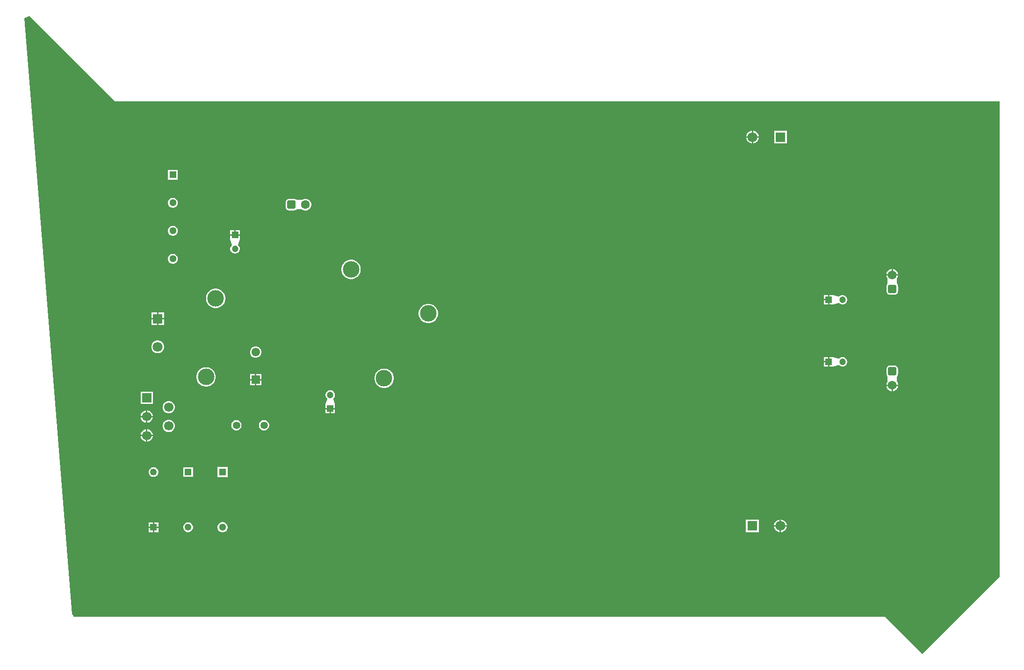
<source format=gbr>
%TF.GenerationSoftware,Altium Limited,Altium Designer,25.2.1 (25)*%
G04 Layer_Physical_Order=2*
G04 Layer_Color=16711680*
%FSLAX45Y45*%
%MOMM*%
%TF.SameCoordinates,46C3323E-FFC6-4886-B46B-F64B06BA1E65*%
%TF.FilePolarity,Positive*%
%TF.FileFunction,Copper,L2,Bot,Signal*%
%TF.Part,Single*%
G01*
G75*
%TA.AperFunction,ComponentPad*%
%ADD12C,1.35000*%
%ADD13R,1.20000X1.20000*%
%ADD14C,1.20000*%
%ADD15C,1.70000*%
%ADD16R,1.70000X1.70000*%
%ADD17C,1.60000*%
G04:AMPARAMS|DCode=18|XSize=1.6mm|YSize=1.6mm|CornerRadius=0.4mm|HoleSize=0mm|Usage=FLASHONLY|Rotation=0.000|XOffset=0mm|YOffset=0mm|HoleType=Round|Shape=RoundedRectangle|*
%AMROUNDEDRECTD18*
21,1,1.60000,0.80000,0,0,0.0*
21,1,0.80000,1.60000,0,0,0.0*
1,1,0.80000,0.40000,-0.40000*
1,1,0.80000,-0.40000,-0.40000*
1,1,0.80000,-0.40000,0.40000*
1,1,0.80000,0.40000,0.40000*
%
%ADD18ROUNDEDRECTD18*%
G04:AMPARAMS|DCode=19|XSize=1.6mm|YSize=1.6mm|CornerRadius=0.4mm|HoleSize=0mm|Usage=FLASHONLY|Rotation=90.000|XOffset=0mm|YOffset=0mm|HoleType=Round|Shape=RoundedRectangle|*
%AMROUNDEDRECTD19*
21,1,1.60000,0.80000,0,0,90.0*
21,1,0.80000,1.60000,0,0,90.0*
1,1,0.80000,0.40000,0.40000*
1,1,0.80000,0.40000,-0.40000*
1,1,0.80000,-0.40000,-0.40000*
1,1,0.80000,-0.40000,0.40000*
%
%ADD19ROUNDEDRECTD19*%
%ADD20C,1.80000*%
%ADD21R,1.80000X1.80000*%
%ADD22R,1.80000X1.80000*%
%ADD23C,1.25000*%
%ADD24R,1.25000X1.25000*%
%ADD25R,1.20000X1.20000*%
%ADD26C,1.30000*%
%ADD27R,1.30000X1.30000*%
%ADD28R,1.30000X1.30000*%
%ADD29C,1.55000*%
%ADD30R,1.55000X1.55000*%
%TA.AperFunction,TestPad*%
%ADD31C,3.00000*%
G36*
X-225000Y8175000D02*
X15800000D01*
Y-450000D01*
X14400000Y-1850000D01*
X13725000Y-1175000D01*
X-975000D01*
Y-1150000D01*
X-1000000Y-1125000D01*
X-1863474Y9680765D01*
X-1772685Y9722685D01*
X-225000Y8175000D01*
D02*
G37*
%LPC*%
G36*
X11336193Y7640400D02*
X11333700D01*
Y7537700D01*
X11436400D01*
Y7540193D01*
X11428535Y7569543D01*
X11413343Y7595857D01*
X11391857Y7617343D01*
X11365543Y7632535D01*
X11336193Y7640400D01*
D02*
G37*
G36*
X11308300D02*
X11305807D01*
X11276457Y7632535D01*
X11250143Y7617343D01*
X11228657Y7595857D01*
X11213464Y7569543D01*
X11205600Y7540193D01*
Y7537700D01*
X11308300D01*
Y7640400D01*
D02*
G37*
G36*
X11944400D02*
X11713600D01*
Y7409600D01*
X11944400D01*
Y7640400D01*
D02*
G37*
G36*
X11436400Y7512300D02*
X11333700D01*
Y7409600D01*
X11336193D01*
X11365543Y7417464D01*
X11391857Y7432657D01*
X11413343Y7454143D01*
X11428535Y7480457D01*
X11436400Y7509807D01*
Y7512300D01*
D02*
G37*
G36*
X11308300D02*
X11205600D01*
Y7509807D01*
X11213464Y7480457D01*
X11228657Y7454143D01*
X11250143Y7432657D01*
X11276457Y7417464D01*
X11305807Y7409600D01*
X11308300D01*
Y7512300D01*
D02*
G37*
G36*
X915400Y6931400D02*
X734600D01*
Y6750600D01*
X915400D01*
Y6931400D01*
D02*
G37*
G36*
X836902Y6423400D02*
X813099D01*
X790107Y6417239D01*
X769493Y6405338D01*
X752662Y6388507D01*
X740761Y6367893D01*
X734600Y6344901D01*
Y6321099D01*
X740761Y6298107D01*
X752662Y6277493D01*
X769493Y6260662D01*
X790107Y6248761D01*
X813099Y6242600D01*
X836902D01*
X859893Y6248761D01*
X880507Y6260662D01*
X897338Y6277493D01*
X909239Y6298107D01*
X915400Y6321099D01*
Y6344901D01*
X909239Y6367893D01*
X897338Y6388507D01*
X880507Y6405338D01*
X859893Y6417239D01*
X836902Y6423400D01*
D02*
G37*
G36*
X3011000Y6405964D02*
X2931000D01*
X2913927Y6403717D01*
X2898018Y6397127D01*
X2884356Y6386644D01*
X2873873Y6372982D01*
X2867283Y6357073D01*
X2865036Y6340000D01*
Y6260000D01*
X2867283Y6242927D01*
X2873873Y6227018D01*
X2884356Y6213356D01*
X2898018Y6202873D01*
X2913927Y6196284D01*
X2931000Y6194036D01*
X3011000D01*
X3028073Y6196284D01*
X3043982Y6202873D01*
X3045071Y6203709D01*
X3075490Y6213757D01*
X3146106Y6215341D01*
X3167105Y6211721D01*
D01*
D01*
X3184317Y6201783D01*
X3211124Y6194600D01*
X3238876D01*
X3265683Y6201783D01*
X3289717Y6215659D01*
X3309341Y6235283D01*
X3317838Y6250000D01*
X3323217Y6259317D01*
X3330400Y6286124D01*
Y6313876D01*
X3323217Y6340683D01*
X3309341Y6364717D01*
X3289717Y6384341D01*
X3265683Y6398217D01*
X3238876Y6405400D01*
X3211124D01*
X3184317Y6398217D01*
X3167105Y6388280D01*
X3146106Y6384659D01*
X3076516Y6386220D01*
X3043982Y6397127D01*
X3028073Y6403717D01*
X3011000Y6405964D01*
D02*
G37*
G36*
X2035400Y5835400D02*
X1962701D01*
Y5762700D01*
X2035400D01*
Y5835400D01*
D02*
G37*
G36*
X1937301D02*
X1864600D01*
Y5762700D01*
X1937301D01*
Y5835400D01*
D02*
G37*
G36*
X836902Y5915400D02*
X813099D01*
X790107Y5909239D01*
X769493Y5897338D01*
X752662Y5880507D01*
X740761Y5859893D01*
X734600Y5836901D01*
Y5813099D01*
X740761Y5790107D01*
X752662Y5769493D01*
X769493Y5752662D01*
X790107Y5740761D01*
X813099Y5734600D01*
X836902D01*
X859893Y5740761D01*
X880507Y5752662D01*
X897338Y5769493D01*
X909239Y5790107D01*
X915400Y5813099D01*
Y5836901D01*
X909239Y5859893D01*
X897338Y5880507D01*
X880507Y5897338D01*
X859893Y5909239D01*
X836902Y5915400D01*
D02*
G37*
G36*
X2035400Y5737300D02*
X1950001D01*
X1864600D01*
Y5664600D01*
X1864600D01*
X1893200Y5576447D01*
D01*
X1893826Y5564600D01*
X1881663Y5552437D01*
X1870420Y5532963D01*
X1864600Y5511243D01*
Y5488757D01*
X1870420Y5467037D01*
X1881663Y5447563D01*
X1897563Y5431663D01*
X1917037Y5420420D01*
X1938757Y5414600D01*
X1961243D01*
X1982963Y5420420D01*
X2002437Y5431663D01*
X2018337Y5447563D01*
X2029580Y5467037D01*
X2035400Y5488757D01*
Y5511243D01*
X2029580Y5532963D01*
X2018337Y5552437D01*
X2006174Y5564600D01*
X2006800Y5576447D01*
X2035400Y5664600D01*
X2035400D01*
Y5737300D01*
D02*
G37*
G36*
X836902Y5407400D02*
X813099D01*
X790107Y5401239D01*
X769493Y5389338D01*
X752662Y5372507D01*
X740761Y5351893D01*
X734600Y5328901D01*
Y5305099D01*
X740761Y5282107D01*
X752662Y5261493D01*
X769493Y5244662D01*
X790107Y5232761D01*
X813099Y5226600D01*
X836902D01*
X859893Y5232761D01*
X880507Y5244662D01*
X897338Y5261493D01*
X909239Y5282107D01*
X915400Y5305099D01*
Y5328901D01*
X909239Y5351893D01*
X897338Y5372507D01*
X880507Y5389338D01*
X859893Y5401239D01*
X836902Y5407400D01*
D02*
G37*
G36*
X13863876Y5132400D02*
X13862700D01*
Y5039700D01*
X13955400D01*
Y5040876D01*
X13948216Y5067683D01*
X13934341Y5091717D01*
X13914717Y5111341D01*
X13890683Y5125217D01*
X13863876Y5132400D01*
D02*
G37*
G36*
X13837300D02*
X13836124D01*
X13809317Y5125217D01*
X13785283Y5111341D01*
X13773943Y5100000D01*
D01*
X13765659Y5091717D01*
X13751784Y5067683D01*
X13744600Y5040876D01*
Y5039700D01*
X13837300D01*
Y5132400D01*
D02*
G37*
G36*
X4067275Y5300400D02*
X4032725D01*
X3998838Y5293659D01*
X3966917Y5280437D01*
X3938189Y5261242D01*
X3913758Y5236811D01*
X3894563Y5208083D01*
X3881341Y5176162D01*
X3874600Y5142275D01*
Y5107725D01*
X3881341Y5073838D01*
X3894563Y5041917D01*
X3913758Y5013189D01*
X3938189Y4988758D01*
X3966917Y4969563D01*
X3998838Y4956341D01*
X4032725Y4949600D01*
X4067275D01*
X4101162Y4956341D01*
X4133083Y4969563D01*
X4161811Y4988758D01*
X4186242Y5013189D01*
X4205437Y5041917D01*
X4218659Y5073838D01*
X4225400Y5107725D01*
Y5142275D01*
X4218659Y5176162D01*
X4205437Y5208083D01*
X4186242Y5236811D01*
X4161811Y5261242D01*
X4133083Y5280437D01*
X4101162Y5293659D01*
X4067275Y5300400D01*
D02*
G37*
G36*
X13955400Y5014300D02*
X13850000D01*
X13744600D01*
Y5013124D01*
X13751784Y4986317D01*
X13761720Y4969105D01*
D01*
D01*
X13765341Y4948106D01*
D01*
D01*
X13763780Y4878516D01*
X13752873Y4845982D01*
D01*
X13746283Y4830073D01*
X13744035Y4813000D01*
Y4733000D01*
X13746283Y4715927D01*
X13752873Y4700018D01*
X13763356Y4686356D01*
X13777019Y4675873D01*
X13792928Y4669284D01*
X13810001Y4667036D01*
X13889999D01*
X13907072Y4669284D01*
X13922981Y4675873D01*
X13936644Y4686356D01*
X13947127Y4700018D01*
X13953717Y4715927D01*
X13955965Y4733000D01*
Y4813000D01*
X13953717Y4830073D01*
X13947127Y4845982D01*
X13936220Y4878516D01*
X13934659Y4948106D01*
X13938280Y4969105D01*
X13948216Y4986317D01*
X13955400Y5013124D01*
Y5014300D01*
D02*
G37*
G36*
X12687300Y4660400D02*
X12614600D01*
Y4587700D01*
X12687300D01*
Y4660400D01*
D02*
G37*
G36*
X12785400Y4660400D02*
Y4660400D01*
X12712700D01*
Y4575000D01*
Y4489600D01*
X12785400D01*
Y4489600D01*
X12873553Y4518200D01*
X12885400Y4518826D01*
X12897563Y4506663D01*
X12917036Y4495420D01*
X12938757Y4489600D01*
X12961243D01*
X12982964Y4495420D01*
X13002437Y4506663D01*
X13018336Y4522563D01*
X13029581Y4542037D01*
X13035400Y4563757D01*
Y4586243D01*
X13029581Y4607963D01*
X13018336Y4627437D01*
X13002437Y4643337D01*
X12982964Y4654580D01*
X12961243Y4660400D01*
X12938757D01*
X12917036Y4654580D01*
X12897563Y4643337D01*
X12885400Y4631174D01*
X12873553Y4631800D01*
X12785409Y4660397D01*
X12785400Y4660400D01*
D02*
G37*
G36*
X12687300Y4562300D02*
X12614600D01*
Y4489600D01*
X12687300D01*
Y4562300D01*
D02*
G37*
G36*
X1617275Y4775400D02*
X1582725D01*
X1548838Y4768659D01*
X1516917Y4755437D01*
X1488189Y4736242D01*
X1463758Y4711810D01*
X1444563Y4683083D01*
X1431341Y4651162D01*
X1424600Y4617275D01*
Y4582724D01*
X1431341Y4548837D01*
X1444563Y4516917D01*
X1463758Y4488189D01*
X1488189Y4463758D01*
X1516917Y4444562D01*
X1548838Y4431340D01*
X1582725Y4424600D01*
X1617275D01*
X1651162Y4431340D01*
X1683083Y4444562D01*
X1711811Y4463758D01*
X1736242Y4488189D01*
X1755437Y4516917D01*
X1768659Y4548837D01*
X1775400Y4582724D01*
Y4617275D01*
X1768659Y4651162D01*
X1755437Y4683083D01*
X1736242Y4711810D01*
X1711811Y4736242D01*
X1683083Y4755437D01*
X1651162Y4768659D01*
X1617275Y4775400D01*
D02*
G37*
G36*
X665400Y4344400D02*
X562700D01*
Y4241700D01*
X665400D01*
Y4344400D01*
D02*
G37*
G36*
X537300D02*
X434600D01*
Y4241700D01*
X537300D01*
Y4344400D01*
D02*
G37*
G36*
X5467275Y4500400D02*
X5432725D01*
X5398838Y4493659D01*
X5366917Y4480437D01*
X5338189Y4461242D01*
X5313758Y4436811D01*
X5294563Y4408083D01*
X5281341Y4376162D01*
X5274600Y4342275D01*
Y4307724D01*
X5281341Y4273838D01*
X5294563Y4241917D01*
X5313758Y4213189D01*
X5338189Y4188758D01*
X5366917Y4169562D01*
X5398838Y4156340D01*
X5432725Y4149600D01*
X5467275D01*
X5501162Y4156340D01*
X5533083Y4169562D01*
X5561811Y4188758D01*
X5586242Y4213189D01*
X5605437Y4241917D01*
X5618659Y4273838D01*
X5625400Y4307724D01*
Y4342275D01*
X5618659Y4376162D01*
X5605437Y4408083D01*
X5586242Y4436811D01*
X5561811Y4461242D01*
X5533083Y4480437D01*
X5501162Y4493659D01*
X5467275Y4500400D01*
D02*
G37*
G36*
X665400Y4216300D02*
X562700D01*
Y4113600D01*
X665400D01*
Y4216300D01*
D02*
G37*
G36*
X537300D02*
X434600D01*
Y4113600D01*
X537300D01*
Y4216300D01*
D02*
G37*
G36*
X565193Y3836400D02*
X534807D01*
X505457Y3828535D01*
X479143Y3813343D01*
X457657Y3791857D01*
X442464Y3765543D01*
X434600Y3736193D01*
Y3705807D01*
X442464Y3676457D01*
X457657Y3650143D01*
X479143Y3628657D01*
X505457Y3613464D01*
X534807Y3605600D01*
X565193D01*
X594543Y3613464D01*
X620857Y3628657D01*
X642343Y3650143D01*
X657535Y3676457D01*
X665400Y3705807D01*
Y3736193D01*
X657535Y3765543D01*
X642343Y3791857D01*
X620857Y3813343D01*
X594543Y3828535D01*
X565193Y3836400D01*
D02*
G37*
G36*
X2338547Y3727900D02*
X2311453D01*
X2285282Y3720888D01*
X2261818Y3707341D01*
X2242659Y3688182D01*
X2229112Y3664718D01*
X2222100Y3638547D01*
Y3611453D01*
X2229112Y3585282D01*
X2242659Y3561818D01*
X2261818Y3542660D01*
X2285282Y3529113D01*
X2311453Y3522100D01*
X2338547D01*
X2364718Y3529113D01*
X2388182Y3542660D01*
X2407340Y3561818D01*
X2420887Y3585282D01*
X2427900Y3611453D01*
Y3638547D01*
X2420887Y3664718D01*
X2407340Y3688182D01*
X2388182Y3707341D01*
X2364718Y3720888D01*
X2338547Y3727900D01*
D02*
G37*
G36*
X12687300Y3535400D02*
X12614600D01*
Y3462700D01*
X12687300D01*
Y3535400D01*
D02*
G37*
G36*
X12785400Y3535400D02*
Y3535400D01*
X12712700D01*
Y3450000D01*
Y3364600D01*
X12785400D01*
Y3364600D01*
X12873553Y3393200D01*
X12885400Y3393826D01*
X12897563Y3381663D01*
X12917036Y3370420D01*
X12938757Y3364600D01*
X12961243D01*
X12982964Y3370420D01*
X13002437Y3381663D01*
X13018336Y3397563D01*
X13029581Y3417037D01*
X13035400Y3438757D01*
Y3461243D01*
X13029581Y3482963D01*
X13018336Y3502437D01*
X13002437Y3518337D01*
X12982964Y3529580D01*
X12961243Y3535400D01*
X12938757D01*
X12917036Y3529580D01*
X12897563Y3518337D01*
X12885400Y3506174D01*
X12873553Y3506800D01*
X12785409Y3535397D01*
X12785400Y3535400D01*
D02*
G37*
G36*
X12687300Y3437300D02*
X12614600D01*
Y3364600D01*
X12687300D01*
Y3437300D01*
D02*
G37*
G36*
X2427900Y3227900D02*
X2337699D01*
Y3137700D01*
X2427900D01*
Y3227900D01*
D02*
G37*
G36*
X2312299D02*
X2222100D01*
Y3137700D01*
X2312299D01*
Y3227900D01*
D02*
G37*
G36*
X13889999Y3382964D02*
X13810001D01*
X13792928Y3380717D01*
X13777019Y3374127D01*
X13763356Y3363644D01*
X13752873Y3349982D01*
X13746283Y3334073D01*
X13744035Y3317000D01*
Y3237000D01*
X13746283Y3219927D01*
X13752873Y3204018D01*
X13763780Y3171484D01*
X13765341Y3101894D01*
X13761720Y3080895D01*
X13751784Y3063683D01*
X13744600Y3036876D01*
Y3035700D01*
X13850000D01*
X13955400D01*
Y3036876D01*
X13948216Y3063683D01*
X13938280Y3080895D01*
X13934659Y3101894D01*
X13936220Y3171484D01*
X13947127Y3204018D01*
X13953717Y3219927D01*
X13955965Y3237000D01*
Y3317000D01*
X13953717Y3334073D01*
X13947127Y3349982D01*
X13936644Y3363644D01*
X13922981Y3374127D01*
X13907072Y3380717D01*
X13889999Y3382964D01*
D02*
G37*
G36*
X2427900Y3112300D02*
X2337699D01*
Y3022100D01*
X2427900D01*
Y3112300D01*
D02*
G37*
G36*
X2312299D02*
X2222100D01*
Y3022100D01*
X2312299D01*
Y3112300D01*
D02*
G37*
G36*
X1442275Y3350400D02*
X1407725D01*
X1373838Y3343659D01*
X1341917Y3330437D01*
X1313189Y3311242D01*
X1288758Y3286811D01*
X1269563Y3258083D01*
X1256341Y3226162D01*
X1249600Y3192275D01*
Y3157724D01*
X1256341Y3123838D01*
X1269563Y3091917D01*
X1288758Y3063189D01*
X1313189Y3038758D01*
X1341917Y3019562D01*
X1373838Y3006340D01*
X1407725Y2999600D01*
X1442275D01*
X1476162Y3006340D01*
X1508083Y3019562D01*
X1536811Y3038758D01*
X1561242Y3063189D01*
X1580437Y3091917D01*
X1593659Y3123838D01*
X1600400Y3157724D01*
Y3192275D01*
X1593659Y3226162D01*
X1580437Y3258083D01*
X1561242Y3286811D01*
X1536811Y3311242D01*
X1508083Y3330437D01*
X1476162Y3343659D01*
X1442275Y3350400D01*
D02*
G37*
G36*
X4667275Y3325400D02*
X4632725D01*
X4598838Y3318659D01*
X4566917Y3305437D01*
X4538189Y3286242D01*
X4513758Y3261811D01*
X4494563Y3233083D01*
X4481341Y3201162D01*
X4474600Y3167275D01*
Y3132724D01*
X4481341Y3098838D01*
X4494563Y3066917D01*
X4513758Y3038189D01*
X4538189Y3013758D01*
X4566917Y2994562D01*
X4598838Y2981340D01*
X4632725Y2974600D01*
X4667275D01*
X4701162Y2981340D01*
X4733083Y2994562D01*
X4761811Y3013758D01*
X4786242Y3038189D01*
X4805437Y3066917D01*
X4818659Y3098838D01*
X4825400Y3132724D01*
Y3167275D01*
X4818659Y3201162D01*
X4805437Y3233083D01*
X4786242Y3261811D01*
X4761811Y3286242D01*
X4733083Y3305437D01*
X4701162Y3318659D01*
X4667275Y3325400D01*
D02*
G37*
G36*
X13955400Y3010300D02*
X13862700D01*
Y2917600D01*
X13863876D01*
X13890683Y2924783D01*
X13914717Y2938659D01*
X13934341Y2958283D01*
X13948216Y2982317D01*
X13955400Y3009124D01*
Y3010300D01*
D02*
G37*
G36*
X13837300D02*
X13744600D01*
Y3009124D01*
X13747681Y2997628D01*
X13751784Y2982317D01*
X13765659Y2958283D01*
X13785283Y2938659D01*
X13809317Y2924783D01*
X13836124Y2917600D01*
X13837300D01*
Y3010300D01*
D02*
G37*
G36*
X3686243Y2935400D02*
X3663757D01*
X3642037Y2929580D01*
X3622563Y2918337D01*
X3606663Y2902437D01*
X3595420Y2882963D01*
X3589600Y2861243D01*
Y2838757D01*
X3595420Y2817037D01*
X3606663Y2797563D01*
X3618826Y2785400D01*
X3618200Y2773554D01*
X3589600Y2685400D01*
X3589600D01*
Y2612700D01*
X3675000D01*
X3760400D01*
Y2685400D01*
X3760400D01*
X3731800Y2773554D01*
X3731174Y2785400D01*
X3743337Y2797563D01*
X3754580Y2817037D01*
X3760400Y2838757D01*
Y2861243D01*
X3754580Y2882963D01*
X3743337Y2902437D01*
X3727437Y2918337D01*
X3707963Y2929580D01*
X3686243Y2935400D01*
D02*
G37*
G36*
X460400Y2905400D02*
X239600D01*
Y2684600D01*
X460400D01*
Y2905400D01*
D02*
G37*
G36*
X3760400Y2587300D02*
X3687700D01*
Y2514600D01*
X3760400D01*
Y2587300D01*
D02*
G37*
G36*
X3662300D02*
X3589600D01*
Y2514600D01*
X3662300D01*
Y2587300D01*
D02*
G37*
G36*
X764534Y2735400D02*
X735466D01*
X707387Y2727876D01*
X682213Y2713342D01*
X661658Y2692787D01*
X647124Y2667613D01*
X639600Y2639534D01*
Y2610466D01*
X647124Y2582387D01*
X661658Y2557213D01*
X682213Y2536658D01*
X707387Y2522124D01*
X735466Y2514600D01*
X764534D01*
X792613Y2522124D01*
X817787Y2536658D01*
X838342Y2557213D01*
X852876Y2582387D01*
X860400Y2610466D01*
Y2639534D01*
X852876Y2667613D01*
X838342Y2692787D01*
X817787Y2713342D01*
X792613Y2727876D01*
X764534Y2735400D01*
D02*
G37*
G36*
X364534Y2565400D02*
X362700D01*
Y2467700D01*
X460400D01*
Y2469535D01*
X452876Y2497613D01*
X438342Y2522787D01*
X417787Y2543342D01*
X392613Y2557877D01*
X364534Y2565400D01*
D02*
G37*
G36*
X337300D02*
X335466D01*
X307387Y2557877D01*
X282213Y2543342D01*
X261658Y2522787D01*
X247124Y2497613D01*
X239600Y2469535D01*
Y2467700D01*
X337300D01*
Y2565400D01*
D02*
G37*
G36*
X460400Y2442300D02*
X362700D01*
Y2344600D01*
X364534D01*
X392613Y2352124D01*
X417787Y2366658D01*
X438342Y2387213D01*
X452876Y2412387D01*
X460400Y2440466D01*
Y2442300D01*
D02*
G37*
G36*
X337300D02*
X239600D01*
Y2440466D01*
X247124Y2412387D01*
X261658Y2387213D01*
X282213Y2366658D01*
X307387Y2352124D01*
X335466Y2344600D01*
X337300D01*
Y2442300D01*
D02*
G37*
G36*
X2487231Y2392900D02*
X2462770D01*
X2439142Y2386569D01*
X2417958Y2374338D01*
X2400662Y2357042D01*
X2388431Y2335858D01*
X2382100Y2312231D01*
Y2287769D01*
X2388431Y2264142D01*
X2400662Y2242958D01*
X2417958Y2225662D01*
X2439142Y2213431D01*
X2462770Y2207100D01*
X2487231D01*
X2510858Y2213431D01*
X2532042Y2225662D01*
X2549339Y2242958D01*
X2561569Y2264142D01*
X2567900Y2287769D01*
Y2312231D01*
X2561569Y2335858D01*
X2549339Y2357042D01*
X2532042Y2374338D01*
X2510858Y2386569D01*
X2487231Y2392900D01*
D02*
G37*
G36*
X1987231D02*
X1962770D01*
X1939142Y2386569D01*
X1917958Y2374338D01*
X1900662Y2357042D01*
X1888431Y2335858D01*
X1882100Y2312231D01*
Y2287769D01*
X1888431Y2264142D01*
X1900662Y2242958D01*
X1917958Y2225662D01*
X1939142Y2213431D01*
X1962770Y2207100D01*
X1987231D01*
X2010858Y2213431D01*
X2032042Y2225662D01*
X2049339Y2242958D01*
X2061569Y2264142D01*
X2067900Y2287769D01*
Y2312231D01*
X2061569Y2335858D01*
X2049339Y2357042D01*
X2032042Y2374338D01*
X2010858Y2386569D01*
X1987231Y2392900D01*
D02*
G37*
G36*
X764534Y2395400D02*
X735466D01*
X707387Y2387877D01*
X682213Y2373342D01*
X661658Y2352788D01*
X647124Y2327613D01*
X639600Y2299535D01*
Y2270466D01*
X647124Y2242387D01*
X661658Y2217213D01*
X682213Y2196658D01*
X707387Y2182124D01*
X735466Y2174600D01*
X764534D01*
X792613Y2182124D01*
X817787Y2196658D01*
X838342Y2217213D01*
X852876Y2242387D01*
X860400Y2270466D01*
Y2299535D01*
X852876Y2327613D01*
X838342Y2352788D01*
X817787Y2373342D01*
X792613Y2387877D01*
X764534Y2395400D01*
D02*
G37*
G36*
X364534Y2225400D02*
X362700D01*
Y2127700D01*
X460400D01*
Y2129534D01*
X452876Y2157613D01*
X438342Y2182787D01*
X417787Y2203342D01*
X392613Y2217876D01*
X364534Y2225400D01*
D02*
G37*
G36*
X337300D02*
X335466D01*
X307387Y2217876D01*
X282213Y2203342D01*
X261658Y2182787D01*
X247124Y2157613D01*
X239600Y2129534D01*
Y2127700D01*
X337300D01*
Y2225400D01*
D02*
G37*
G36*
X460400Y2102300D02*
X362700D01*
Y2004600D01*
X364534D01*
X392613Y2012124D01*
X417787Y2026658D01*
X438342Y2047213D01*
X452876Y2072387D01*
X460400Y2100466D01*
Y2102300D01*
D02*
G37*
G36*
X337300D02*
X239600D01*
Y2100466D01*
X247124Y2072387D01*
X261658Y2047213D01*
X282213Y2026658D01*
X307387Y2012124D01*
X335466Y2004600D01*
X337300D01*
Y2102300D01*
D02*
G37*
G36*
X1187900Y1537900D02*
X1012100D01*
Y1362100D01*
X1187900D01*
Y1537900D01*
D02*
G37*
G36*
X486572D02*
X463428D01*
X441072Y1531910D01*
X421028Y1520338D01*
X404663Y1503972D01*
X393090Y1483928D01*
X387100Y1461572D01*
Y1438428D01*
X393090Y1416072D01*
X404663Y1396028D01*
X421028Y1379663D01*
X441072Y1368090D01*
X463428Y1362100D01*
X486572D01*
X508928Y1368090D01*
X528972Y1379663D01*
X545337Y1396028D01*
X556910Y1416072D01*
X562900Y1438428D01*
Y1461572D01*
X556910Y1483928D01*
X545337Y1503972D01*
X528972Y1520338D01*
X508928Y1531910D01*
X486572Y1537900D01*
D02*
G37*
G36*
X1815400Y1540400D02*
X1634600D01*
Y1359600D01*
X1815400D01*
Y1540400D01*
D02*
G37*
G36*
X11840193Y590400D02*
X11837700D01*
Y487700D01*
X11940400D01*
Y490193D01*
X11932535Y519543D01*
X11917343Y545857D01*
X11895857Y567343D01*
X11869543Y582536D01*
X11840193Y590400D01*
D02*
G37*
G36*
X11812300D02*
X11809807D01*
X11780457Y582536D01*
X11754143Y567343D01*
X11732657Y545857D01*
X11717464Y519543D01*
X11709600Y490193D01*
Y487700D01*
X11812300D01*
Y590400D01*
D02*
G37*
G36*
X562900Y537900D02*
X487700D01*
Y462700D01*
X562900D01*
Y537900D01*
D02*
G37*
G36*
X462300D02*
X387100D01*
Y462700D01*
X462300D01*
Y537900D01*
D02*
G37*
G36*
X1111572D02*
X1088428D01*
X1066072Y531910D01*
X1046028Y520338D01*
X1029663Y503972D01*
X1018090Y483928D01*
X1012100Y461572D01*
Y438428D01*
X1018090Y416072D01*
X1029663Y396028D01*
X1046028Y379663D01*
X1066072Y368090D01*
X1088428Y362100D01*
X1111572D01*
X1133928Y368090D01*
X1153972Y379663D01*
X1170338Y396028D01*
X1181910Y416072D01*
X1184302Y425000D01*
D01*
X1187900Y438428D01*
Y461572D01*
X1181910Y483928D01*
X1170338Y503972D01*
X1153972Y520338D01*
X1133928Y531910D01*
X1111572Y537900D01*
D02*
G37*
G36*
X562900Y437300D02*
X487700D01*
Y362100D01*
X562900D01*
Y425000D01*
Y437300D01*
D02*
G37*
G36*
X462300D02*
X387100D01*
Y362100D01*
X462300D01*
Y437300D01*
D02*
G37*
G36*
X11940400Y462300D02*
X11837700D01*
Y359600D01*
X11840193D01*
X11869543Y367465D01*
X11895857Y382657D01*
X11917343Y404143D01*
X11932535Y430457D01*
X11940400Y459807D01*
Y462300D01*
D02*
G37*
G36*
X11812300D02*
X11709600D01*
Y459807D01*
X11717464Y430457D01*
X11732657Y404143D01*
X11754143Y382657D01*
X11780457Y367465D01*
X11809807Y359600D01*
X11812300D01*
Y462300D01*
D02*
G37*
G36*
X11432400Y590400D02*
X11201600D01*
Y359600D01*
X11432400D01*
Y590400D01*
D02*
G37*
G36*
X1736902Y540400D02*
X1713099D01*
X1690107Y534239D01*
X1669493Y522338D01*
X1652662Y505507D01*
X1640761Y484893D01*
X1634600Y461902D01*
Y438099D01*
X1640761Y415107D01*
X1652662Y394493D01*
X1669493Y377662D01*
X1690107Y365761D01*
X1713099Y359600D01*
X1736902D01*
X1759893Y365761D01*
X1780507Y377662D01*
X1797338Y394493D01*
X1809239Y415107D01*
X1815400Y438099D01*
Y461902D01*
X1809239Y484893D01*
X1797338Y505507D01*
X1780507Y522338D01*
X1759893Y534239D01*
X1736902Y540400D01*
D02*
G37*
%LPD*%
D12*
X2475000Y2300000D02*
D03*
X1975000D02*
D03*
D13*
X1950000Y5750000D02*
D03*
X3675000Y2600000D02*
D03*
D14*
X1950000Y5500000D02*
D03*
X12950000Y3450000D02*
D03*
Y4575000D02*
D03*
X3675000Y2850000D02*
D03*
D15*
X350000Y2115000D02*
D03*
X750000Y2285000D02*
D03*
X350000Y2455000D02*
D03*
X750000Y2625000D02*
D03*
D16*
X350000Y2795000D02*
D03*
D17*
X3225000Y6300000D02*
D03*
X13850000Y5027000D02*
D03*
Y3023000D02*
D03*
D18*
X2971000Y6300000D02*
D03*
D19*
X13850000Y4773000D02*
D03*
Y3277000D02*
D03*
D20*
X550000Y3721000D02*
D03*
X11321000Y7525000D02*
D03*
X11825000Y475000D02*
D03*
D21*
X550000Y4229000D02*
D03*
D22*
X11829000Y7525000D02*
D03*
X11317000Y475000D02*
D03*
D23*
X1100000Y450000D02*
D03*
X475000Y1450000D02*
D03*
D24*
X1100000D02*
D03*
X475000Y450000D02*
D03*
D25*
X12700000Y3450000D02*
D03*
Y4575000D02*
D03*
D26*
X825000Y5317000D02*
D03*
Y5825000D02*
D03*
Y6333000D02*
D03*
X1725000Y450000D02*
D03*
D27*
X825000Y6841000D02*
D03*
D28*
X1725000Y1450000D02*
D03*
D29*
X2325000Y3625000D02*
D03*
D30*
Y3125000D02*
D03*
D31*
X1600000Y4600000D02*
D03*
X1425000Y3175000D02*
D03*
X5450000Y4325000D02*
D03*
X4650000Y3150000D02*
D03*
X4050000Y5125000D02*
D03*
%TF.MD5,52258a7df9ff4a1d3469ac156db622bf*%
M02*

</source>
